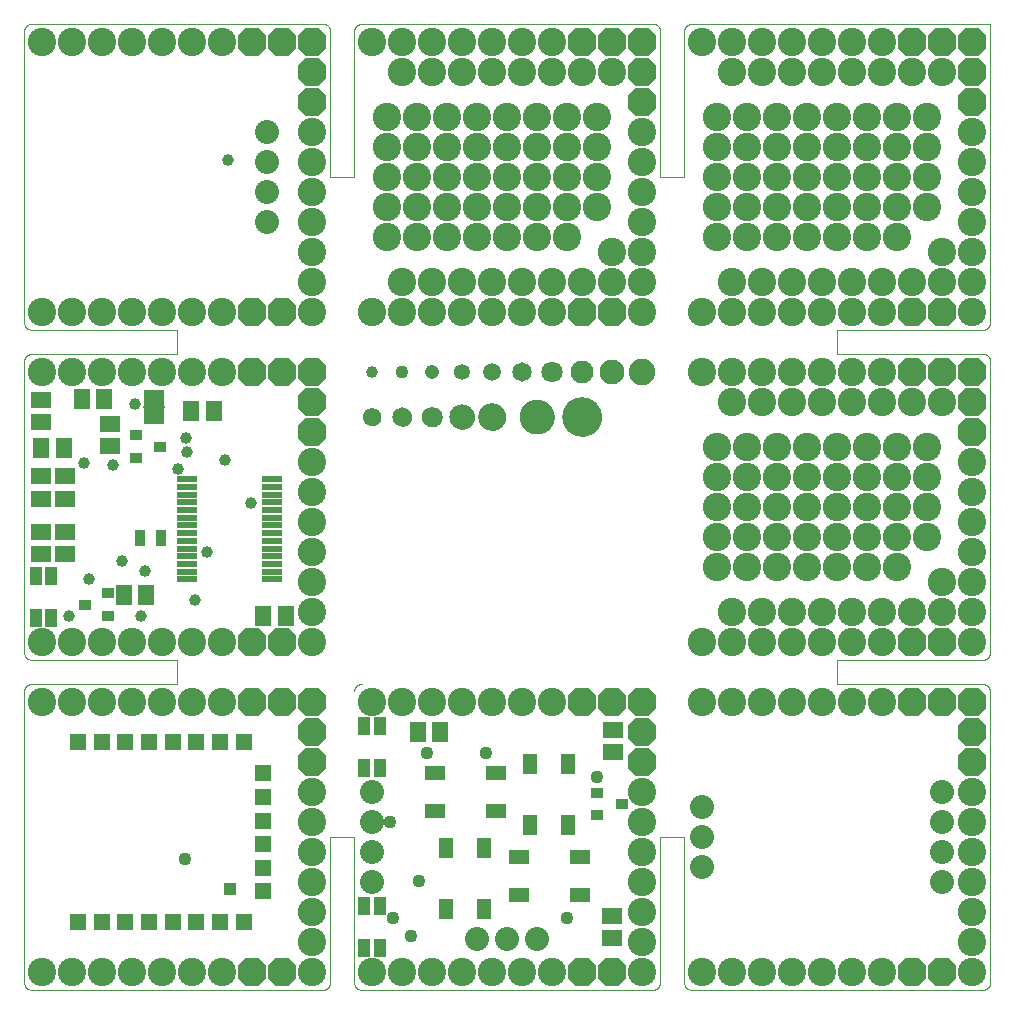
<source format=gbs>
G75*
%MOIN*%
%OFA0B0*%
%FSLAX25Y25*%
%IPPOS*%
%LPD*%
%AMOC8*
5,1,8,0,0,1.08239X$1,22.5*
%
%ADD10C,0.00000*%
%ADD11C,0.06112*%
%ADD12C,0.06506*%
%ADD13C,0.06899*%
%ADD14C,0.08474*%
%ADD15C,0.09261*%
%ADD16C,0.11624*%
%ADD17C,0.13198*%
%ADD18C,0.00100*%
%ADD19C,0.09458*%
%ADD20OC8,0.09458*%
%ADD21R,0.05600X0.05600*%
%ADD22C,0.08000*%
%ADD23R,0.04143X0.06112*%
%ADD24R,0.05718X0.06506*%
%ADD25R,0.04143X0.03750*%
%ADD26R,0.06506X0.05718*%
%ADD27R,0.04537X0.07100*%
%ADD28R,0.07100X0.04537*%
%ADD29R,0.06506X0.02175*%
%ADD30R,0.03750X0.05324*%
%ADD31R,0.06900X0.05200*%
%ADD32R,0.07200X0.00600*%
%ADD33C,0.03969*%
%ADD34C,0.04362*%
%ADD35R,0.04362X0.04362*%
%ADD36C,0.04756*%
%ADD37C,0.05324*%
%ADD38C,0.05915*%
%ADD39C,0.07096*%
%ADD40C,0.07687*%
%ADD41C,0.08277*%
%ADD42C,0.08868*%
D10*
X0006275Y0006500D02*
X0006275Y0103500D01*
X0006277Y0103598D01*
X0006283Y0103696D01*
X0006292Y0103794D01*
X0006306Y0103891D01*
X0006323Y0103988D01*
X0006344Y0104084D01*
X0006369Y0104179D01*
X0006397Y0104273D01*
X0006430Y0104365D01*
X0006465Y0104457D01*
X0006505Y0104547D01*
X0006547Y0104635D01*
X0006594Y0104722D01*
X0006643Y0104806D01*
X0006696Y0104889D01*
X0006752Y0104969D01*
X0006812Y0105048D01*
X0006874Y0105124D01*
X0006939Y0105197D01*
X0007007Y0105268D01*
X0007078Y0105336D01*
X0007151Y0105401D01*
X0007227Y0105463D01*
X0007306Y0105523D01*
X0007386Y0105579D01*
X0007469Y0105632D01*
X0007553Y0105681D01*
X0007640Y0105728D01*
X0007728Y0105770D01*
X0007818Y0105810D01*
X0007910Y0105845D01*
X0008002Y0105878D01*
X0008096Y0105906D01*
X0008191Y0105931D01*
X0008287Y0105952D01*
X0008384Y0105969D01*
X0008481Y0105983D01*
X0008579Y0105992D01*
X0008677Y0105998D01*
X0008775Y0106000D01*
X0057275Y0106000D01*
X0057275Y0114000D01*
X0008775Y0114000D01*
X0008677Y0114002D01*
X0008579Y0114008D01*
X0008481Y0114017D01*
X0008384Y0114031D01*
X0008287Y0114048D01*
X0008191Y0114069D01*
X0008096Y0114094D01*
X0008002Y0114122D01*
X0007910Y0114155D01*
X0007818Y0114190D01*
X0007728Y0114230D01*
X0007640Y0114272D01*
X0007553Y0114319D01*
X0007469Y0114368D01*
X0007386Y0114421D01*
X0007306Y0114477D01*
X0007227Y0114537D01*
X0007151Y0114599D01*
X0007078Y0114664D01*
X0007007Y0114732D01*
X0006939Y0114803D01*
X0006874Y0114876D01*
X0006812Y0114952D01*
X0006752Y0115031D01*
X0006696Y0115111D01*
X0006643Y0115194D01*
X0006594Y0115278D01*
X0006547Y0115365D01*
X0006505Y0115453D01*
X0006465Y0115543D01*
X0006430Y0115635D01*
X0006397Y0115727D01*
X0006369Y0115821D01*
X0006344Y0115916D01*
X0006323Y0116012D01*
X0006306Y0116109D01*
X0006292Y0116206D01*
X0006283Y0116304D01*
X0006277Y0116402D01*
X0006275Y0116500D01*
X0006275Y0213500D01*
X0006277Y0213598D01*
X0006283Y0213696D01*
X0006292Y0213794D01*
X0006306Y0213891D01*
X0006323Y0213988D01*
X0006344Y0214084D01*
X0006369Y0214179D01*
X0006397Y0214273D01*
X0006430Y0214365D01*
X0006465Y0214457D01*
X0006505Y0214547D01*
X0006547Y0214635D01*
X0006594Y0214722D01*
X0006643Y0214806D01*
X0006696Y0214889D01*
X0006752Y0214969D01*
X0006812Y0215048D01*
X0006874Y0215124D01*
X0006939Y0215197D01*
X0007007Y0215268D01*
X0007078Y0215336D01*
X0007151Y0215401D01*
X0007227Y0215463D01*
X0007306Y0215523D01*
X0007386Y0215579D01*
X0007469Y0215632D01*
X0007553Y0215681D01*
X0007640Y0215728D01*
X0007728Y0215770D01*
X0007818Y0215810D01*
X0007910Y0215845D01*
X0008002Y0215878D01*
X0008096Y0215906D01*
X0008191Y0215931D01*
X0008287Y0215952D01*
X0008384Y0215969D01*
X0008481Y0215983D01*
X0008579Y0215992D01*
X0008677Y0215998D01*
X0008775Y0216000D01*
X0057275Y0216000D01*
X0057275Y0224000D01*
X0008775Y0224000D01*
X0008677Y0224002D01*
X0008579Y0224008D01*
X0008481Y0224017D01*
X0008384Y0224031D01*
X0008287Y0224048D01*
X0008191Y0224069D01*
X0008096Y0224094D01*
X0008002Y0224122D01*
X0007910Y0224155D01*
X0007818Y0224190D01*
X0007728Y0224230D01*
X0007640Y0224272D01*
X0007553Y0224319D01*
X0007469Y0224368D01*
X0007386Y0224421D01*
X0007306Y0224477D01*
X0007227Y0224537D01*
X0007151Y0224599D01*
X0007078Y0224664D01*
X0007007Y0224732D01*
X0006939Y0224803D01*
X0006874Y0224876D01*
X0006812Y0224952D01*
X0006752Y0225031D01*
X0006696Y0225111D01*
X0006643Y0225194D01*
X0006594Y0225278D01*
X0006547Y0225365D01*
X0006505Y0225453D01*
X0006465Y0225543D01*
X0006430Y0225635D01*
X0006397Y0225727D01*
X0006369Y0225821D01*
X0006344Y0225916D01*
X0006323Y0226012D01*
X0006306Y0226109D01*
X0006292Y0226206D01*
X0006283Y0226304D01*
X0006277Y0226402D01*
X0006275Y0226500D01*
X0006275Y0323511D01*
X0006277Y0323609D01*
X0006283Y0323707D01*
X0006292Y0323805D01*
X0006306Y0323902D01*
X0006323Y0323999D01*
X0006344Y0324095D01*
X0006369Y0324190D01*
X0006397Y0324284D01*
X0006430Y0324376D01*
X0006465Y0324468D01*
X0006505Y0324558D01*
X0006547Y0324646D01*
X0006594Y0324733D01*
X0006643Y0324817D01*
X0006696Y0324900D01*
X0006752Y0324980D01*
X0006812Y0325059D01*
X0006874Y0325135D01*
X0006939Y0325208D01*
X0007007Y0325279D01*
X0007078Y0325347D01*
X0007151Y0325412D01*
X0007227Y0325474D01*
X0007306Y0325534D01*
X0007386Y0325590D01*
X0007469Y0325643D01*
X0007553Y0325692D01*
X0007640Y0325739D01*
X0007728Y0325781D01*
X0007818Y0325821D01*
X0007910Y0325856D01*
X0008002Y0325889D01*
X0008096Y0325917D01*
X0008191Y0325942D01*
X0008287Y0325963D01*
X0008384Y0325980D01*
X0008481Y0325994D01*
X0008579Y0326003D01*
X0008677Y0326009D01*
X0008775Y0326011D01*
X0105775Y0326011D01*
X0105873Y0326009D01*
X0105971Y0326003D01*
X0106069Y0325994D01*
X0106166Y0325980D01*
X0106263Y0325963D01*
X0106359Y0325942D01*
X0106454Y0325917D01*
X0106548Y0325889D01*
X0106640Y0325856D01*
X0106732Y0325821D01*
X0106822Y0325781D01*
X0106910Y0325739D01*
X0106997Y0325692D01*
X0107081Y0325643D01*
X0107164Y0325590D01*
X0107244Y0325534D01*
X0107323Y0325474D01*
X0107399Y0325412D01*
X0107472Y0325347D01*
X0107543Y0325279D01*
X0107611Y0325208D01*
X0107676Y0325135D01*
X0107738Y0325059D01*
X0107798Y0324980D01*
X0107854Y0324900D01*
X0107907Y0324817D01*
X0107956Y0324733D01*
X0108003Y0324646D01*
X0108045Y0324558D01*
X0108085Y0324468D01*
X0108120Y0324376D01*
X0108153Y0324284D01*
X0108181Y0324190D01*
X0108206Y0324095D01*
X0108227Y0323999D01*
X0108244Y0323902D01*
X0108258Y0323805D01*
X0108267Y0323707D01*
X0108273Y0323609D01*
X0108275Y0323511D01*
X0108275Y0275000D01*
X0116275Y0275000D01*
X0116275Y0323500D01*
X0116277Y0323598D01*
X0116283Y0323696D01*
X0116292Y0323794D01*
X0116306Y0323891D01*
X0116323Y0323988D01*
X0116344Y0324084D01*
X0116369Y0324179D01*
X0116397Y0324273D01*
X0116430Y0324365D01*
X0116465Y0324457D01*
X0116505Y0324547D01*
X0116547Y0324635D01*
X0116594Y0324722D01*
X0116643Y0324806D01*
X0116696Y0324889D01*
X0116752Y0324969D01*
X0116812Y0325048D01*
X0116874Y0325124D01*
X0116939Y0325197D01*
X0117007Y0325268D01*
X0117078Y0325336D01*
X0117151Y0325401D01*
X0117227Y0325463D01*
X0117306Y0325523D01*
X0117386Y0325579D01*
X0117469Y0325632D01*
X0117553Y0325681D01*
X0117640Y0325728D01*
X0117728Y0325770D01*
X0117818Y0325810D01*
X0117910Y0325845D01*
X0118002Y0325878D01*
X0118096Y0325906D01*
X0118191Y0325931D01*
X0118287Y0325952D01*
X0118384Y0325969D01*
X0118481Y0325983D01*
X0118579Y0325992D01*
X0118677Y0325998D01*
X0118775Y0326000D01*
X0215775Y0326000D01*
X0215873Y0325998D01*
X0215971Y0325992D01*
X0216069Y0325983D01*
X0216166Y0325969D01*
X0216263Y0325952D01*
X0216359Y0325931D01*
X0216454Y0325906D01*
X0216548Y0325878D01*
X0216640Y0325845D01*
X0216732Y0325810D01*
X0216822Y0325770D01*
X0216910Y0325728D01*
X0216997Y0325681D01*
X0217081Y0325632D01*
X0217164Y0325579D01*
X0217244Y0325523D01*
X0217323Y0325463D01*
X0217399Y0325401D01*
X0217472Y0325336D01*
X0217543Y0325268D01*
X0217611Y0325197D01*
X0217676Y0325124D01*
X0217738Y0325048D01*
X0217798Y0324969D01*
X0217854Y0324889D01*
X0217907Y0324806D01*
X0217956Y0324722D01*
X0218003Y0324635D01*
X0218045Y0324547D01*
X0218085Y0324457D01*
X0218120Y0324365D01*
X0218153Y0324273D01*
X0218181Y0324179D01*
X0218206Y0324084D01*
X0218227Y0323988D01*
X0218244Y0323891D01*
X0218258Y0323794D01*
X0218267Y0323696D01*
X0218273Y0323598D01*
X0218275Y0323500D01*
X0218275Y0275000D01*
X0226275Y0275000D01*
X0226275Y0323500D01*
X0226275Y0323501D02*
X0226277Y0323599D01*
X0226282Y0323697D01*
X0226291Y0323795D01*
X0226304Y0323892D01*
X0226321Y0323989D01*
X0226342Y0324085D01*
X0226367Y0324180D01*
X0226395Y0324274D01*
X0226427Y0324367D01*
X0226463Y0324459D01*
X0226502Y0324549D01*
X0226544Y0324638D01*
X0226591Y0324724D01*
X0226640Y0324809D01*
X0226693Y0324892D01*
X0226749Y0324973D01*
X0226809Y0325051D01*
X0226871Y0325127D01*
X0226936Y0325201D01*
X0227004Y0325272D01*
X0227075Y0325340D01*
X0227149Y0325405D01*
X0227225Y0325467D01*
X0227303Y0325527D01*
X0227384Y0325583D01*
X0227466Y0325636D01*
X0227551Y0325685D01*
X0227638Y0325731D01*
X0227727Y0325774D01*
X0227817Y0325813D01*
X0227908Y0325849D01*
X0228001Y0325881D01*
X0228095Y0325909D01*
X0228191Y0325934D01*
X0228287Y0325955D01*
X0228383Y0325972D01*
X0228481Y0325985D01*
X0228579Y0325994D01*
X0228677Y0325999D01*
X0228775Y0326001D01*
X0228775Y0326000D02*
X0328275Y0326011D01*
X0328276Y0326011D01*
X0328275Y0326011D02*
X0328275Y0226500D01*
X0328273Y0226402D01*
X0328267Y0226304D01*
X0328258Y0226206D01*
X0328244Y0226109D01*
X0328227Y0226012D01*
X0328206Y0225916D01*
X0328181Y0225821D01*
X0328153Y0225727D01*
X0328120Y0225635D01*
X0328085Y0225543D01*
X0328045Y0225453D01*
X0328003Y0225365D01*
X0327956Y0225278D01*
X0327907Y0225194D01*
X0327854Y0225111D01*
X0327798Y0225031D01*
X0327738Y0224952D01*
X0327676Y0224876D01*
X0327611Y0224803D01*
X0327543Y0224732D01*
X0327472Y0224664D01*
X0327399Y0224599D01*
X0327323Y0224537D01*
X0327244Y0224477D01*
X0327164Y0224421D01*
X0327081Y0224368D01*
X0326997Y0224319D01*
X0326910Y0224272D01*
X0326822Y0224230D01*
X0326732Y0224190D01*
X0326640Y0224155D01*
X0326548Y0224122D01*
X0326454Y0224094D01*
X0326359Y0224069D01*
X0326263Y0224048D01*
X0326166Y0224031D01*
X0326069Y0224017D01*
X0325971Y0224008D01*
X0325873Y0224002D01*
X0325775Y0224000D01*
X0277275Y0224000D01*
X0277275Y0216000D01*
X0325775Y0216000D01*
X0325873Y0215998D01*
X0325971Y0215992D01*
X0326069Y0215983D01*
X0326166Y0215969D01*
X0326263Y0215952D01*
X0326359Y0215931D01*
X0326454Y0215906D01*
X0326548Y0215878D01*
X0326640Y0215845D01*
X0326732Y0215810D01*
X0326822Y0215770D01*
X0326910Y0215728D01*
X0326997Y0215681D01*
X0327081Y0215632D01*
X0327164Y0215579D01*
X0327244Y0215523D01*
X0327323Y0215463D01*
X0327399Y0215401D01*
X0327472Y0215336D01*
X0327543Y0215268D01*
X0327611Y0215197D01*
X0327676Y0215124D01*
X0327738Y0215048D01*
X0327798Y0214969D01*
X0327854Y0214889D01*
X0327907Y0214806D01*
X0327956Y0214722D01*
X0328003Y0214635D01*
X0328045Y0214547D01*
X0328085Y0214457D01*
X0328120Y0214365D01*
X0328153Y0214273D01*
X0328181Y0214179D01*
X0328206Y0214084D01*
X0328227Y0213988D01*
X0328244Y0213891D01*
X0328258Y0213794D01*
X0328267Y0213696D01*
X0328273Y0213598D01*
X0328275Y0213500D01*
X0328275Y0116500D01*
X0328273Y0116402D01*
X0328267Y0116304D01*
X0328258Y0116206D01*
X0328244Y0116109D01*
X0328227Y0116012D01*
X0328206Y0115916D01*
X0328181Y0115821D01*
X0328153Y0115727D01*
X0328120Y0115635D01*
X0328085Y0115543D01*
X0328045Y0115453D01*
X0328003Y0115365D01*
X0327956Y0115278D01*
X0327907Y0115194D01*
X0327854Y0115111D01*
X0327798Y0115031D01*
X0327738Y0114952D01*
X0327676Y0114876D01*
X0327611Y0114803D01*
X0327543Y0114732D01*
X0327472Y0114664D01*
X0327399Y0114599D01*
X0327323Y0114537D01*
X0327244Y0114477D01*
X0327164Y0114421D01*
X0327081Y0114368D01*
X0326997Y0114319D01*
X0326910Y0114272D01*
X0326822Y0114230D01*
X0326732Y0114190D01*
X0326640Y0114155D01*
X0326548Y0114122D01*
X0326454Y0114094D01*
X0326359Y0114069D01*
X0326263Y0114048D01*
X0326166Y0114031D01*
X0326069Y0114017D01*
X0325971Y0114008D01*
X0325873Y0114002D01*
X0325775Y0114000D01*
X0277275Y0114000D01*
X0277275Y0106000D01*
X0325776Y0106000D01*
X0325776Y0105999D02*
X0325879Y0105985D01*
X0325982Y0105967D01*
X0326085Y0105945D01*
X0326186Y0105919D01*
X0326286Y0105890D01*
X0326386Y0105857D01*
X0326484Y0105820D01*
X0326580Y0105780D01*
X0326675Y0105736D01*
X0326769Y0105689D01*
X0326860Y0105638D01*
X0326950Y0105585D01*
X0327038Y0105528D01*
X0327123Y0105467D01*
X0327207Y0105404D01*
X0327287Y0105338D01*
X0327366Y0105268D01*
X0327442Y0105196D01*
X0327515Y0105122D01*
X0327585Y0105044D01*
X0327653Y0104964D01*
X0327717Y0104882D01*
X0327779Y0104797D01*
X0327837Y0104711D01*
X0327893Y0104622D01*
X0327944Y0104531D01*
X0327993Y0104438D01*
X0328038Y0104344D01*
X0328080Y0104248D01*
X0328118Y0104150D01*
X0328152Y0104052D01*
X0328183Y0103952D01*
X0328210Y0103851D01*
X0328234Y0103749D01*
X0328254Y0103646D01*
X0328270Y0103543D01*
X0328282Y0103439D01*
X0328290Y0103334D01*
X0328295Y0103230D01*
X0328296Y0103125D01*
X0328293Y0103021D01*
X0328286Y0102916D01*
X0328275Y0102812D01*
X0328276Y0102812D02*
X0328276Y0007187D01*
X0328277Y0007187D02*
X0328300Y0007090D01*
X0328320Y0006993D01*
X0328335Y0006894D01*
X0328347Y0006795D01*
X0328355Y0006696D01*
X0328359Y0006596D01*
X0328359Y0006496D01*
X0328355Y0006397D01*
X0328347Y0006298D01*
X0328335Y0006199D01*
X0328320Y0006100D01*
X0328300Y0006002D01*
X0328277Y0005905D01*
X0328250Y0005809D01*
X0328220Y0005715D01*
X0328185Y0005621D01*
X0328147Y0005529D01*
X0328106Y0005438D01*
X0328060Y0005350D01*
X0328012Y0005262D01*
X0327960Y0005177D01*
X0327905Y0005094D01*
X0327846Y0005014D01*
X0327785Y0004935D01*
X0327720Y0004859D01*
X0327653Y0004786D01*
X0327583Y0004715D01*
X0327510Y0004647D01*
X0327434Y0004582D01*
X0327356Y0004520D01*
X0327276Y0004462D01*
X0327193Y0004406D01*
X0327108Y0004354D01*
X0327021Y0004304D01*
X0326933Y0004259D01*
X0326843Y0004217D01*
X0326751Y0004178D01*
X0326657Y0004143D01*
X0326563Y0004112D01*
X0326467Y0004085D01*
X0326370Y0004061D01*
X0326272Y0004041D01*
X0326174Y0004025D01*
X0326075Y0004013D01*
X0325976Y0004004D01*
X0325876Y0004000D01*
X0325777Y0003999D01*
X0325776Y0004000D02*
X0228775Y0004000D01*
X0228677Y0004002D01*
X0228579Y0004008D01*
X0228481Y0004017D01*
X0228384Y0004031D01*
X0228287Y0004048D01*
X0228191Y0004069D01*
X0228096Y0004094D01*
X0228002Y0004122D01*
X0227910Y0004155D01*
X0227818Y0004190D01*
X0227728Y0004230D01*
X0227640Y0004272D01*
X0227553Y0004319D01*
X0227469Y0004368D01*
X0227386Y0004421D01*
X0227306Y0004477D01*
X0227227Y0004537D01*
X0227151Y0004599D01*
X0227078Y0004664D01*
X0227007Y0004732D01*
X0226939Y0004803D01*
X0226874Y0004876D01*
X0226812Y0004952D01*
X0226752Y0005031D01*
X0226696Y0005111D01*
X0226643Y0005194D01*
X0226594Y0005278D01*
X0226547Y0005365D01*
X0226505Y0005453D01*
X0226465Y0005543D01*
X0226430Y0005635D01*
X0226397Y0005727D01*
X0226369Y0005821D01*
X0226344Y0005916D01*
X0226323Y0006012D01*
X0226306Y0006109D01*
X0226292Y0006206D01*
X0226283Y0006304D01*
X0226277Y0006402D01*
X0226275Y0006500D01*
X0226275Y0055000D01*
X0218275Y0055000D01*
X0218275Y0006500D01*
X0218273Y0006402D01*
X0218267Y0006304D01*
X0218258Y0006206D01*
X0218244Y0006109D01*
X0218227Y0006012D01*
X0218206Y0005916D01*
X0218181Y0005821D01*
X0218153Y0005727D01*
X0218120Y0005635D01*
X0218085Y0005543D01*
X0218045Y0005453D01*
X0218003Y0005365D01*
X0217956Y0005278D01*
X0217907Y0005194D01*
X0217854Y0005111D01*
X0217798Y0005031D01*
X0217738Y0004952D01*
X0217676Y0004876D01*
X0217611Y0004803D01*
X0217543Y0004732D01*
X0217472Y0004664D01*
X0217399Y0004599D01*
X0217323Y0004537D01*
X0217244Y0004477D01*
X0217164Y0004421D01*
X0217081Y0004368D01*
X0216997Y0004319D01*
X0216910Y0004272D01*
X0216822Y0004230D01*
X0216732Y0004190D01*
X0216640Y0004155D01*
X0216548Y0004122D01*
X0216454Y0004094D01*
X0216359Y0004069D01*
X0216263Y0004048D01*
X0216166Y0004031D01*
X0216069Y0004017D01*
X0215971Y0004008D01*
X0215873Y0004002D01*
X0215775Y0004000D01*
X0118775Y0004000D01*
X0118677Y0004002D01*
X0118579Y0004008D01*
X0118481Y0004017D01*
X0118384Y0004031D01*
X0118287Y0004048D01*
X0118191Y0004069D01*
X0118096Y0004094D01*
X0118002Y0004122D01*
X0117910Y0004155D01*
X0117818Y0004190D01*
X0117728Y0004230D01*
X0117640Y0004272D01*
X0117553Y0004319D01*
X0117469Y0004368D01*
X0117386Y0004421D01*
X0117306Y0004477D01*
X0117227Y0004537D01*
X0117151Y0004599D01*
X0117078Y0004664D01*
X0117007Y0004732D01*
X0116939Y0004803D01*
X0116874Y0004876D01*
X0116812Y0004952D01*
X0116752Y0005031D01*
X0116696Y0005111D01*
X0116643Y0005194D01*
X0116594Y0005278D01*
X0116547Y0005365D01*
X0116505Y0005453D01*
X0116465Y0005543D01*
X0116430Y0005635D01*
X0116397Y0005727D01*
X0116369Y0005821D01*
X0116344Y0005916D01*
X0116323Y0006012D01*
X0116306Y0006109D01*
X0116292Y0006206D01*
X0116283Y0006304D01*
X0116277Y0006402D01*
X0116275Y0006500D01*
X0116275Y0055000D01*
X0108275Y0055000D01*
X0108275Y0006500D01*
X0108273Y0006402D01*
X0108267Y0006304D01*
X0108258Y0006206D01*
X0108244Y0006109D01*
X0108227Y0006012D01*
X0108206Y0005916D01*
X0108181Y0005821D01*
X0108153Y0005727D01*
X0108120Y0005635D01*
X0108085Y0005543D01*
X0108045Y0005453D01*
X0108003Y0005365D01*
X0107956Y0005278D01*
X0107907Y0005194D01*
X0107854Y0005111D01*
X0107798Y0005031D01*
X0107738Y0004952D01*
X0107676Y0004876D01*
X0107611Y0004803D01*
X0107543Y0004732D01*
X0107472Y0004664D01*
X0107399Y0004599D01*
X0107323Y0004537D01*
X0107244Y0004477D01*
X0107164Y0004421D01*
X0107081Y0004368D01*
X0106997Y0004319D01*
X0106910Y0004272D01*
X0106822Y0004230D01*
X0106732Y0004190D01*
X0106640Y0004155D01*
X0106548Y0004122D01*
X0106454Y0004094D01*
X0106359Y0004069D01*
X0106263Y0004048D01*
X0106166Y0004031D01*
X0106069Y0004017D01*
X0105971Y0004008D01*
X0105873Y0004002D01*
X0105775Y0004000D01*
X0008775Y0004000D01*
X0008677Y0004002D01*
X0008579Y0004008D01*
X0008481Y0004017D01*
X0008384Y0004031D01*
X0008287Y0004048D01*
X0008191Y0004069D01*
X0008096Y0004094D01*
X0008002Y0004122D01*
X0007910Y0004155D01*
X0007818Y0004190D01*
X0007728Y0004230D01*
X0007640Y0004272D01*
X0007553Y0004319D01*
X0007469Y0004368D01*
X0007386Y0004421D01*
X0007306Y0004477D01*
X0007227Y0004537D01*
X0007151Y0004599D01*
X0007078Y0004664D01*
X0007007Y0004732D01*
X0006939Y0004803D01*
X0006874Y0004876D01*
X0006812Y0004952D01*
X0006752Y0005031D01*
X0006696Y0005111D01*
X0006643Y0005194D01*
X0006594Y0005278D01*
X0006547Y0005365D01*
X0006505Y0005453D01*
X0006465Y0005543D01*
X0006430Y0005635D01*
X0006397Y0005727D01*
X0006369Y0005821D01*
X0006344Y0005916D01*
X0006323Y0006012D01*
X0006306Y0006109D01*
X0006292Y0006206D01*
X0006283Y0006304D01*
X0006277Y0006402D01*
X0006275Y0006500D01*
X0119519Y0195000D02*
X0119521Y0195105D01*
X0119527Y0195210D01*
X0119537Y0195314D01*
X0119551Y0195418D01*
X0119569Y0195522D01*
X0119591Y0195624D01*
X0119616Y0195726D01*
X0119646Y0195827D01*
X0119679Y0195926D01*
X0119716Y0196024D01*
X0119757Y0196121D01*
X0119802Y0196216D01*
X0119850Y0196309D01*
X0119901Y0196401D01*
X0119957Y0196490D01*
X0120015Y0196577D01*
X0120077Y0196662D01*
X0120141Y0196745D01*
X0120209Y0196825D01*
X0120280Y0196902D01*
X0120354Y0196976D01*
X0120431Y0197048D01*
X0120510Y0197117D01*
X0120592Y0197182D01*
X0120676Y0197245D01*
X0120763Y0197304D01*
X0120852Y0197360D01*
X0120943Y0197413D01*
X0121036Y0197462D01*
X0121130Y0197507D01*
X0121226Y0197549D01*
X0121324Y0197587D01*
X0121423Y0197621D01*
X0121524Y0197652D01*
X0121625Y0197678D01*
X0121728Y0197701D01*
X0121831Y0197720D01*
X0121935Y0197735D01*
X0122039Y0197746D01*
X0122144Y0197753D01*
X0122249Y0197756D01*
X0122354Y0197755D01*
X0122459Y0197750D01*
X0122563Y0197741D01*
X0122667Y0197728D01*
X0122771Y0197711D01*
X0122874Y0197690D01*
X0122976Y0197665D01*
X0123077Y0197637D01*
X0123176Y0197604D01*
X0123275Y0197568D01*
X0123372Y0197528D01*
X0123467Y0197485D01*
X0123561Y0197437D01*
X0123653Y0197387D01*
X0123743Y0197333D01*
X0123831Y0197275D01*
X0123916Y0197214D01*
X0123999Y0197150D01*
X0124080Y0197083D01*
X0124158Y0197013D01*
X0124233Y0196939D01*
X0124305Y0196864D01*
X0124375Y0196785D01*
X0124441Y0196704D01*
X0124505Y0196620D01*
X0124565Y0196534D01*
X0124621Y0196446D01*
X0124675Y0196355D01*
X0124725Y0196263D01*
X0124771Y0196169D01*
X0124814Y0196073D01*
X0124853Y0195975D01*
X0124888Y0195877D01*
X0124919Y0195776D01*
X0124947Y0195675D01*
X0124971Y0195573D01*
X0124991Y0195470D01*
X0125007Y0195366D01*
X0125019Y0195262D01*
X0125027Y0195157D01*
X0125031Y0195052D01*
X0125031Y0194948D01*
X0125027Y0194843D01*
X0125019Y0194738D01*
X0125007Y0194634D01*
X0124991Y0194530D01*
X0124971Y0194427D01*
X0124947Y0194325D01*
X0124919Y0194224D01*
X0124888Y0194123D01*
X0124853Y0194025D01*
X0124814Y0193927D01*
X0124771Y0193831D01*
X0124725Y0193737D01*
X0124675Y0193645D01*
X0124621Y0193554D01*
X0124565Y0193466D01*
X0124505Y0193380D01*
X0124441Y0193296D01*
X0124375Y0193215D01*
X0124305Y0193136D01*
X0124233Y0193061D01*
X0124158Y0192987D01*
X0124080Y0192917D01*
X0123999Y0192850D01*
X0123916Y0192786D01*
X0123831Y0192725D01*
X0123743Y0192667D01*
X0123653Y0192613D01*
X0123561Y0192563D01*
X0123467Y0192515D01*
X0123372Y0192472D01*
X0123275Y0192432D01*
X0123176Y0192396D01*
X0123077Y0192363D01*
X0122976Y0192335D01*
X0122874Y0192310D01*
X0122771Y0192289D01*
X0122667Y0192272D01*
X0122563Y0192259D01*
X0122459Y0192250D01*
X0122354Y0192245D01*
X0122249Y0192244D01*
X0122144Y0192247D01*
X0122039Y0192254D01*
X0121935Y0192265D01*
X0121831Y0192280D01*
X0121728Y0192299D01*
X0121625Y0192322D01*
X0121524Y0192348D01*
X0121423Y0192379D01*
X0121324Y0192413D01*
X0121226Y0192451D01*
X0121130Y0192493D01*
X0121036Y0192538D01*
X0120943Y0192587D01*
X0120852Y0192640D01*
X0120763Y0192696D01*
X0120676Y0192755D01*
X0120592Y0192818D01*
X0120510Y0192883D01*
X0120431Y0192952D01*
X0120354Y0193024D01*
X0120280Y0193098D01*
X0120209Y0193175D01*
X0120141Y0193255D01*
X0120077Y0193338D01*
X0120015Y0193423D01*
X0119957Y0193510D01*
X0119901Y0193599D01*
X0119850Y0193691D01*
X0119802Y0193784D01*
X0119757Y0193879D01*
X0119716Y0193976D01*
X0119679Y0194074D01*
X0119646Y0194173D01*
X0119616Y0194274D01*
X0119591Y0194376D01*
X0119569Y0194478D01*
X0119551Y0194582D01*
X0119537Y0194686D01*
X0119527Y0194790D01*
X0119521Y0194895D01*
X0119519Y0195000D01*
X0129322Y0195000D02*
X0129324Y0195108D01*
X0129330Y0195217D01*
X0129340Y0195325D01*
X0129354Y0195432D01*
X0129372Y0195539D01*
X0129393Y0195646D01*
X0129419Y0195751D01*
X0129449Y0195856D01*
X0129482Y0195959D01*
X0129519Y0196061D01*
X0129560Y0196161D01*
X0129604Y0196260D01*
X0129653Y0196358D01*
X0129704Y0196453D01*
X0129759Y0196546D01*
X0129818Y0196638D01*
X0129880Y0196727D01*
X0129945Y0196814D01*
X0130013Y0196898D01*
X0130084Y0196980D01*
X0130158Y0197059D01*
X0130235Y0197135D01*
X0130315Y0197209D01*
X0130398Y0197279D01*
X0130483Y0197347D01*
X0130570Y0197411D01*
X0130660Y0197472D01*
X0130752Y0197530D01*
X0130846Y0197584D01*
X0130942Y0197635D01*
X0131039Y0197682D01*
X0131139Y0197726D01*
X0131240Y0197766D01*
X0131342Y0197802D01*
X0131445Y0197834D01*
X0131550Y0197863D01*
X0131656Y0197887D01*
X0131762Y0197908D01*
X0131869Y0197925D01*
X0131977Y0197938D01*
X0132085Y0197947D01*
X0132194Y0197952D01*
X0132302Y0197953D01*
X0132411Y0197950D01*
X0132519Y0197943D01*
X0132627Y0197932D01*
X0132734Y0197917D01*
X0132841Y0197898D01*
X0132947Y0197875D01*
X0133052Y0197849D01*
X0133157Y0197818D01*
X0133259Y0197784D01*
X0133361Y0197746D01*
X0133461Y0197704D01*
X0133560Y0197659D01*
X0133657Y0197610D01*
X0133751Y0197557D01*
X0133844Y0197501D01*
X0133935Y0197442D01*
X0134024Y0197379D01*
X0134110Y0197314D01*
X0134194Y0197245D01*
X0134275Y0197173D01*
X0134353Y0197098D01*
X0134429Y0197020D01*
X0134502Y0196939D01*
X0134572Y0196856D01*
X0134638Y0196771D01*
X0134702Y0196683D01*
X0134762Y0196592D01*
X0134819Y0196500D01*
X0134872Y0196405D01*
X0134922Y0196309D01*
X0134968Y0196211D01*
X0135011Y0196111D01*
X0135050Y0196010D01*
X0135085Y0195907D01*
X0135117Y0195804D01*
X0135144Y0195699D01*
X0135168Y0195593D01*
X0135188Y0195486D01*
X0135204Y0195379D01*
X0135216Y0195271D01*
X0135224Y0195163D01*
X0135228Y0195054D01*
X0135228Y0194946D01*
X0135224Y0194837D01*
X0135216Y0194729D01*
X0135204Y0194621D01*
X0135188Y0194514D01*
X0135168Y0194407D01*
X0135144Y0194301D01*
X0135117Y0194196D01*
X0135085Y0194093D01*
X0135050Y0193990D01*
X0135011Y0193889D01*
X0134968Y0193789D01*
X0134922Y0193691D01*
X0134872Y0193595D01*
X0134819Y0193500D01*
X0134762Y0193408D01*
X0134702Y0193317D01*
X0134638Y0193229D01*
X0134572Y0193144D01*
X0134502Y0193061D01*
X0134429Y0192980D01*
X0134353Y0192902D01*
X0134275Y0192827D01*
X0134194Y0192755D01*
X0134110Y0192686D01*
X0134024Y0192621D01*
X0133935Y0192558D01*
X0133844Y0192499D01*
X0133752Y0192443D01*
X0133657Y0192390D01*
X0133560Y0192341D01*
X0133461Y0192296D01*
X0133361Y0192254D01*
X0133259Y0192216D01*
X0133157Y0192182D01*
X0133052Y0192151D01*
X0132947Y0192125D01*
X0132841Y0192102D01*
X0132734Y0192083D01*
X0132627Y0192068D01*
X0132519Y0192057D01*
X0132411Y0192050D01*
X0132302Y0192047D01*
X0132194Y0192048D01*
X0132085Y0192053D01*
X0131977Y0192062D01*
X0131869Y0192075D01*
X0131762Y0192092D01*
X0131656Y0192113D01*
X0131550Y0192137D01*
X0131445Y0192166D01*
X0131342Y0192198D01*
X0131240Y0192234D01*
X0131139Y0192274D01*
X0131039Y0192318D01*
X0130942Y0192365D01*
X0130846Y0192416D01*
X0130752Y0192470D01*
X0130660Y0192528D01*
X0130570Y0192589D01*
X0130483Y0192653D01*
X0130398Y0192721D01*
X0130315Y0192791D01*
X0130235Y0192865D01*
X0130158Y0192941D01*
X0130084Y0193020D01*
X0130013Y0193102D01*
X0129945Y0193186D01*
X0129880Y0193273D01*
X0129818Y0193362D01*
X0129759Y0193454D01*
X0129704Y0193547D01*
X0129653Y0193642D01*
X0129604Y0193740D01*
X0129560Y0193839D01*
X0129519Y0193939D01*
X0129482Y0194041D01*
X0129449Y0194144D01*
X0129419Y0194249D01*
X0129393Y0194354D01*
X0129372Y0194461D01*
X0129354Y0194568D01*
X0129340Y0194675D01*
X0129330Y0194783D01*
X0129324Y0194892D01*
X0129322Y0195000D01*
X0139125Y0195000D02*
X0139127Y0195112D01*
X0139133Y0195223D01*
X0139143Y0195335D01*
X0139157Y0195446D01*
X0139174Y0195556D01*
X0139196Y0195666D01*
X0139222Y0195775D01*
X0139251Y0195883D01*
X0139284Y0195989D01*
X0139321Y0196095D01*
X0139362Y0196199D01*
X0139407Y0196302D01*
X0139455Y0196403D01*
X0139506Y0196502D01*
X0139561Y0196599D01*
X0139620Y0196694D01*
X0139681Y0196788D01*
X0139746Y0196879D01*
X0139815Y0196967D01*
X0139886Y0197053D01*
X0139960Y0197137D01*
X0140038Y0197217D01*
X0140118Y0197295D01*
X0140201Y0197371D01*
X0140286Y0197443D01*
X0140374Y0197512D01*
X0140464Y0197578D01*
X0140557Y0197640D01*
X0140652Y0197700D01*
X0140749Y0197756D01*
X0140847Y0197808D01*
X0140948Y0197857D01*
X0141050Y0197902D01*
X0141154Y0197944D01*
X0141259Y0197982D01*
X0141366Y0198016D01*
X0141473Y0198046D01*
X0141582Y0198073D01*
X0141691Y0198095D01*
X0141802Y0198114D01*
X0141912Y0198129D01*
X0142024Y0198140D01*
X0142135Y0198147D01*
X0142247Y0198150D01*
X0142359Y0198149D01*
X0142471Y0198144D01*
X0142582Y0198135D01*
X0142693Y0198122D01*
X0142804Y0198105D01*
X0142914Y0198085D01*
X0143023Y0198060D01*
X0143131Y0198032D01*
X0143238Y0197999D01*
X0143344Y0197963D01*
X0143448Y0197923D01*
X0143551Y0197880D01*
X0143653Y0197833D01*
X0143752Y0197782D01*
X0143850Y0197728D01*
X0143946Y0197670D01*
X0144040Y0197609D01*
X0144131Y0197545D01*
X0144220Y0197478D01*
X0144307Y0197407D01*
X0144391Y0197333D01*
X0144473Y0197257D01*
X0144551Y0197177D01*
X0144627Y0197095D01*
X0144700Y0197010D01*
X0144770Y0196923D01*
X0144836Y0196833D01*
X0144900Y0196741D01*
X0144960Y0196647D01*
X0145017Y0196551D01*
X0145070Y0196452D01*
X0145120Y0196352D01*
X0145166Y0196251D01*
X0145209Y0196147D01*
X0145248Y0196042D01*
X0145283Y0195936D01*
X0145314Y0195829D01*
X0145342Y0195720D01*
X0145365Y0195611D01*
X0145385Y0195501D01*
X0145401Y0195390D01*
X0145413Y0195279D01*
X0145421Y0195168D01*
X0145425Y0195056D01*
X0145425Y0194944D01*
X0145421Y0194832D01*
X0145413Y0194721D01*
X0145401Y0194610D01*
X0145385Y0194499D01*
X0145365Y0194389D01*
X0145342Y0194280D01*
X0145314Y0194171D01*
X0145283Y0194064D01*
X0145248Y0193958D01*
X0145209Y0193853D01*
X0145166Y0193749D01*
X0145120Y0193648D01*
X0145070Y0193548D01*
X0145017Y0193449D01*
X0144960Y0193353D01*
X0144900Y0193259D01*
X0144836Y0193167D01*
X0144770Y0193077D01*
X0144700Y0192990D01*
X0144627Y0192905D01*
X0144551Y0192823D01*
X0144473Y0192743D01*
X0144391Y0192667D01*
X0144307Y0192593D01*
X0144220Y0192522D01*
X0144131Y0192455D01*
X0144040Y0192391D01*
X0143946Y0192330D01*
X0143850Y0192272D01*
X0143752Y0192218D01*
X0143653Y0192167D01*
X0143551Y0192120D01*
X0143448Y0192077D01*
X0143344Y0192037D01*
X0143238Y0192001D01*
X0143131Y0191968D01*
X0143023Y0191940D01*
X0142914Y0191915D01*
X0142804Y0191895D01*
X0142693Y0191878D01*
X0142582Y0191865D01*
X0142471Y0191856D01*
X0142359Y0191851D01*
X0142247Y0191850D01*
X0142135Y0191853D01*
X0142024Y0191860D01*
X0141912Y0191871D01*
X0141802Y0191886D01*
X0141691Y0191905D01*
X0141582Y0191927D01*
X0141473Y0191954D01*
X0141366Y0191984D01*
X0141259Y0192018D01*
X0141154Y0192056D01*
X0141050Y0192098D01*
X0140948Y0192143D01*
X0140847Y0192192D01*
X0140749Y0192244D01*
X0140652Y0192300D01*
X0140557Y0192360D01*
X0140464Y0192422D01*
X0140374Y0192488D01*
X0140286Y0192557D01*
X0140201Y0192629D01*
X0140118Y0192705D01*
X0140038Y0192783D01*
X0139960Y0192863D01*
X0139886Y0192947D01*
X0139815Y0193033D01*
X0139746Y0193121D01*
X0139681Y0193212D01*
X0139620Y0193306D01*
X0139561Y0193401D01*
X0139506Y0193498D01*
X0139455Y0193597D01*
X0139407Y0193698D01*
X0139362Y0193801D01*
X0139321Y0193905D01*
X0139284Y0194011D01*
X0139251Y0194117D01*
X0139222Y0194225D01*
X0139196Y0194334D01*
X0139174Y0194444D01*
X0139157Y0194554D01*
X0139143Y0194665D01*
X0139133Y0194777D01*
X0139127Y0194888D01*
X0139125Y0195000D01*
X0148338Y0195000D02*
X0148340Y0195125D01*
X0148346Y0195250D01*
X0148356Y0195374D01*
X0148370Y0195498D01*
X0148387Y0195622D01*
X0148409Y0195745D01*
X0148435Y0195867D01*
X0148464Y0195989D01*
X0148497Y0196109D01*
X0148535Y0196228D01*
X0148575Y0196347D01*
X0148620Y0196463D01*
X0148668Y0196578D01*
X0148720Y0196692D01*
X0148776Y0196804D01*
X0148835Y0196914D01*
X0148897Y0197022D01*
X0148963Y0197129D01*
X0149032Y0197233D01*
X0149105Y0197334D01*
X0149180Y0197434D01*
X0149259Y0197531D01*
X0149341Y0197625D01*
X0149426Y0197717D01*
X0149513Y0197806D01*
X0149604Y0197892D01*
X0149697Y0197975D01*
X0149793Y0198056D01*
X0149891Y0198133D01*
X0149991Y0198207D01*
X0150094Y0198278D01*
X0150199Y0198345D01*
X0150307Y0198410D01*
X0150416Y0198470D01*
X0150527Y0198528D01*
X0150640Y0198581D01*
X0150754Y0198631D01*
X0150870Y0198678D01*
X0150987Y0198720D01*
X0151106Y0198759D01*
X0151226Y0198795D01*
X0151347Y0198826D01*
X0151469Y0198854D01*
X0151591Y0198877D01*
X0151715Y0198897D01*
X0151839Y0198913D01*
X0151963Y0198925D01*
X0152088Y0198933D01*
X0152213Y0198937D01*
X0152337Y0198937D01*
X0152462Y0198933D01*
X0152587Y0198925D01*
X0152711Y0198913D01*
X0152835Y0198897D01*
X0152959Y0198877D01*
X0153081Y0198854D01*
X0153203Y0198826D01*
X0153324Y0198795D01*
X0153444Y0198759D01*
X0153563Y0198720D01*
X0153680Y0198678D01*
X0153796Y0198631D01*
X0153910Y0198581D01*
X0154023Y0198528D01*
X0154134Y0198470D01*
X0154244Y0198410D01*
X0154351Y0198345D01*
X0154456Y0198278D01*
X0154559Y0198207D01*
X0154659Y0198133D01*
X0154757Y0198056D01*
X0154853Y0197975D01*
X0154946Y0197892D01*
X0155037Y0197806D01*
X0155124Y0197717D01*
X0155209Y0197625D01*
X0155291Y0197531D01*
X0155370Y0197434D01*
X0155445Y0197334D01*
X0155518Y0197233D01*
X0155587Y0197129D01*
X0155653Y0197022D01*
X0155715Y0196914D01*
X0155774Y0196804D01*
X0155830Y0196692D01*
X0155882Y0196578D01*
X0155930Y0196463D01*
X0155975Y0196347D01*
X0156015Y0196228D01*
X0156053Y0196109D01*
X0156086Y0195989D01*
X0156115Y0195867D01*
X0156141Y0195745D01*
X0156163Y0195622D01*
X0156180Y0195498D01*
X0156194Y0195374D01*
X0156204Y0195250D01*
X0156210Y0195125D01*
X0156212Y0195000D01*
X0156210Y0194875D01*
X0156204Y0194750D01*
X0156194Y0194626D01*
X0156180Y0194502D01*
X0156163Y0194378D01*
X0156141Y0194255D01*
X0156115Y0194133D01*
X0156086Y0194011D01*
X0156053Y0193891D01*
X0156015Y0193772D01*
X0155975Y0193653D01*
X0155930Y0193537D01*
X0155882Y0193422D01*
X0155830Y0193308D01*
X0155774Y0193196D01*
X0155715Y0193086D01*
X0155653Y0192978D01*
X0155587Y0192871D01*
X0155518Y0192767D01*
X0155445Y0192666D01*
X0155370Y0192566D01*
X0155291Y0192469D01*
X0155209Y0192375D01*
X0155124Y0192283D01*
X0155037Y0192194D01*
X0154946Y0192108D01*
X0154853Y0192025D01*
X0154757Y0191944D01*
X0154659Y0191867D01*
X0154559Y0191793D01*
X0154456Y0191722D01*
X0154351Y0191655D01*
X0154243Y0191590D01*
X0154134Y0191530D01*
X0154023Y0191472D01*
X0153910Y0191419D01*
X0153796Y0191369D01*
X0153680Y0191322D01*
X0153563Y0191280D01*
X0153444Y0191241D01*
X0153324Y0191205D01*
X0153203Y0191174D01*
X0153081Y0191146D01*
X0152959Y0191123D01*
X0152835Y0191103D01*
X0152711Y0191087D01*
X0152587Y0191075D01*
X0152462Y0191067D01*
X0152337Y0191063D01*
X0152213Y0191063D01*
X0152088Y0191067D01*
X0151963Y0191075D01*
X0151839Y0191087D01*
X0151715Y0191103D01*
X0151591Y0191123D01*
X0151469Y0191146D01*
X0151347Y0191174D01*
X0151226Y0191205D01*
X0151106Y0191241D01*
X0150987Y0191280D01*
X0150870Y0191322D01*
X0150754Y0191369D01*
X0150640Y0191419D01*
X0150527Y0191472D01*
X0150416Y0191530D01*
X0150306Y0191590D01*
X0150199Y0191655D01*
X0150094Y0191722D01*
X0149991Y0191793D01*
X0149891Y0191867D01*
X0149793Y0191944D01*
X0149697Y0192025D01*
X0149604Y0192108D01*
X0149513Y0192194D01*
X0149426Y0192283D01*
X0149341Y0192375D01*
X0149259Y0192469D01*
X0149180Y0192566D01*
X0149105Y0192666D01*
X0149032Y0192767D01*
X0148963Y0192871D01*
X0148897Y0192978D01*
X0148835Y0193086D01*
X0148776Y0193196D01*
X0148720Y0193308D01*
X0148668Y0193422D01*
X0148620Y0193537D01*
X0148575Y0193653D01*
X0148535Y0193772D01*
X0148497Y0193891D01*
X0148464Y0194011D01*
X0148435Y0194133D01*
X0148409Y0194255D01*
X0148387Y0194378D01*
X0148370Y0194502D01*
X0148356Y0194626D01*
X0148346Y0194750D01*
X0148340Y0194875D01*
X0148338Y0195000D01*
X0157944Y0195000D02*
X0157946Y0195131D01*
X0157952Y0195263D01*
X0157962Y0195394D01*
X0157976Y0195525D01*
X0157994Y0195655D01*
X0158016Y0195784D01*
X0158041Y0195913D01*
X0158071Y0196041D01*
X0158105Y0196168D01*
X0158142Y0196295D01*
X0158183Y0196419D01*
X0158228Y0196543D01*
X0158277Y0196665D01*
X0158329Y0196786D01*
X0158385Y0196904D01*
X0158445Y0197022D01*
X0158508Y0197137D01*
X0158575Y0197250D01*
X0158645Y0197362D01*
X0158718Y0197471D01*
X0158794Y0197577D01*
X0158874Y0197682D01*
X0158957Y0197784D01*
X0159043Y0197883D01*
X0159132Y0197980D01*
X0159224Y0198074D01*
X0159319Y0198165D01*
X0159416Y0198254D01*
X0159516Y0198339D01*
X0159619Y0198421D01*
X0159724Y0198500D01*
X0159831Y0198576D01*
X0159941Y0198648D01*
X0160053Y0198717D01*
X0160167Y0198783D01*
X0160282Y0198845D01*
X0160400Y0198904D01*
X0160519Y0198959D01*
X0160640Y0199011D01*
X0160763Y0199058D01*
X0160887Y0199102D01*
X0161012Y0199143D01*
X0161138Y0199179D01*
X0161266Y0199212D01*
X0161394Y0199240D01*
X0161523Y0199265D01*
X0161653Y0199286D01*
X0161783Y0199303D01*
X0161914Y0199316D01*
X0162045Y0199325D01*
X0162176Y0199330D01*
X0162308Y0199331D01*
X0162439Y0199328D01*
X0162571Y0199321D01*
X0162702Y0199310D01*
X0162832Y0199295D01*
X0162962Y0199276D01*
X0163092Y0199253D01*
X0163220Y0199227D01*
X0163348Y0199196D01*
X0163475Y0199161D01*
X0163601Y0199123D01*
X0163725Y0199081D01*
X0163849Y0199035D01*
X0163970Y0198985D01*
X0164090Y0198932D01*
X0164209Y0198875D01*
X0164326Y0198815D01*
X0164440Y0198751D01*
X0164553Y0198683D01*
X0164664Y0198612D01*
X0164773Y0198538D01*
X0164879Y0198461D01*
X0164983Y0198380D01*
X0165084Y0198297D01*
X0165183Y0198210D01*
X0165279Y0198120D01*
X0165372Y0198027D01*
X0165463Y0197932D01*
X0165550Y0197834D01*
X0165635Y0197733D01*
X0165716Y0197630D01*
X0165794Y0197524D01*
X0165869Y0197416D01*
X0165941Y0197306D01*
X0166009Y0197194D01*
X0166074Y0197080D01*
X0166135Y0196963D01*
X0166193Y0196845D01*
X0166247Y0196725D01*
X0166298Y0196604D01*
X0166345Y0196481D01*
X0166388Y0196357D01*
X0166427Y0196232D01*
X0166463Y0196105D01*
X0166494Y0195977D01*
X0166522Y0195849D01*
X0166546Y0195720D01*
X0166566Y0195590D01*
X0166582Y0195459D01*
X0166594Y0195328D01*
X0166602Y0195197D01*
X0166606Y0195066D01*
X0166606Y0194934D01*
X0166602Y0194803D01*
X0166594Y0194672D01*
X0166582Y0194541D01*
X0166566Y0194410D01*
X0166546Y0194280D01*
X0166522Y0194151D01*
X0166494Y0194023D01*
X0166463Y0193895D01*
X0166427Y0193768D01*
X0166388Y0193643D01*
X0166345Y0193519D01*
X0166298Y0193396D01*
X0166247Y0193275D01*
X0166193Y0193155D01*
X0166135Y0193037D01*
X0166074Y0192920D01*
X0166009Y0192806D01*
X0165941Y0192694D01*
X0165869Y0192584D01*
X0165794Y0192476D01*
X0165716Y0192370D01*
X0165635Y0192267D01*
X0165550Y0192166D01*
X0165463Y0192068D01*
X0165372Y0191973D01*
X0165279Y0191880D01*
X0165183Y0191790D01*
X0165084Y0191703D01*
X0164983Y0191620D01*
X0164879Y0191539D01*
X0164773Y0191462D01*
X0164664Y0191388D01*
X0164553Y0191317D01*
X0164441Y0191249D01*
X0164326Y0191185D01*
X0164209Y0191125D01*
X0164090Y0191068D01*
X0163970Y0191015D01*
X0163849Y0190965D01*
X0163725Y0190919D01*
X0163601Y0190877D01*
X0163475Y0190839D01*
X0163348Y0190804D01*
X0163220Y0190773D01*
X0163092Y0190747D01*
X0162962Y0190724D01*
X0162832Y0190705D01*
X0162702Y0190690D01*
X0162571Y0190679D01*
X0162439Y0190672D01*
X0162308Y0190669D01*
X0162176Y0190670D01*
X0162045Y0190675D01*
X0161914Y0190684D01*
X0161783Y0190697D01*
X0161653Y0190714D01*
X0161523Y0190735D01*
X0161394Y0190760D01*
X0161266Y0190788D01*
X0161138Y0190821D01*
X0161012Y0190857D01*
X0160887Y0190898D01*
X0160763Y0190942D01*
X0160640Y0190989D01*
X0160519Y0191041D01*
X0160400Y0191096D01*
X0160282Y0191155D01*
X0160167Y0191217D01*
X0160053Y0191283D01*
X0159941Y0191352D01*
X0159831Y0191424D01*
X0159724Y0191500D01*
X0159619Y0191579D01*
X0159516Y0191661D01*
X0159416Y0191746D01*
X0159319Y0191835D01*
X0159224Y0191926D01*
X0159132Y0192020D01*
X0159043Y0192117D01*
X0158957Y0192216D01*
X0158874Y0192318D01*
X0158794Y0192423D01*
X0158718Y0192529D01*
X0158645Y0192638D01*
X0158575Y0192750D01*
X0158508Y0192863D01*
X0158445Y0192978D01*
X0158385Y0193096D01*
X0158329Y0193214D01*
X0158277Y0193335D01*
X0158228Y0193457D01*
X0158183Y0193581D01*
X0158142Y0193705D01*
X0158105Y0193832D01*
X0158071Y0193959D01*
X0158041Y0194087D01*
X0158016Y0194216D01*
X0157994Y0194345D01*
X0157976Y0194475D01*
X0157962Y0194606D01*
X0157952Y0194737D01*
X0157946Y0194869D01*
X0157944Y0195000D01*
X0171763Y0195000D02*
X0171765Y0195148D01*
X0171771Y0195296D01*
X0171781Y0195444D01*
X0171795Y0195591D01*
X0171813Y0195738D01*
X0171834Y0195884D01*
X0171860Y0196030D01*
X0171890Y0196175D01*
X0171923Y0196319D01*
X0171961Y0196462D01*
X0172002Y0196604D01*
X0172047Y0196745D01*
X0172095Y0196885D01*
X0172148Y0197024D01*
X0172204Y0197161D01*
X0172264Y0197296D01*
X0172327Y0197430D01*
X0172394Y0197562D01*
X0172465Y0197692D01*
X0172539Y0197820D01*
X0172616Y0197946D01*
X0172697Y0198070D01*
X0172781Y0198192D01*
X0172868Y0198311D01*
X0172959Y0198428D01*
X0173053Y0198543D01*
X0173149Y0198655D01*
X0173249Y0198765D01*
X0173351Y0198871D01*
X0173457Y0198975D01*
X0173565Y0199076D01*
X0173676Y0199174D01*
X0173789Y0199270D01*
X0173905Y0199362D01*
X0174023Y0199451D01*
X0174144Y0199536D01*
X0174267Y0199619D01*
X0174392Y0199698D01*
X0174519Y0199774D01*
X0174648Y0199846D01*
X0174779Y0199915D01*
X0174912Y0199980D01*
X0175047Y0200041D01*
X0175183Y0200099D01*
X0175320Y0200154D01*
X0175459Y0200204D01*
X0175600Y0200251D01*
X0175741Y0200294D01*
X0175884Y0200334D01*
X0176028Y0200369D01*
X0176172Y0200401D01*
X0176318Y0200428D01*
X0176464Y0200452D01*
X0176611Y0200472D01*
X0176758Y0200488D01*
X0176905Y0200500D01*
X0177053Y0200508D01*
X0177201Y0200512D01*
X0177349Y0200512D01*
X0177497Y0200508D01*
X0177645Y0200500D01*
X0177792Y0200488D01*
X0177939Y0200472D01*
X0178086Y0200452D01*
X0178232Y0200428D01*
X0178378Y0200401D01*
X0178522Y0200369D01*
X0178666Y0200334D01*
X0178809Y0200294D01*
X0178950Y0200251D01*
X0179091Y0200204D01*
X0179230Y0200154D01*
X0179367Y0200099D01*
X0179503Y0200041D01*
X0179638Y0199980D01*
X0179771Y0199915D01*
X0179902Y0199846D01*
X0180031Y0199774D01*
X0180158Y0199698D01*
X0180283Y0199619D01*
X0180406Y0199536D01*
X0180527Y0199451D01*
X0180645Y0199362D01*
X0180761Y0199270D01*
X0180874Y0199174D01*
X0180985Y0199076D01*
X0181093Y0198975D01*
X0181199Y0198871D01*
X0181301Y0198765D01*
X0181401Y0198655D01*
X0181497Y0198543D01*
X0181591Y0198428D01*
X0181682Y0198311D01*
X0181769Y0198192D01*
X0181853Y0198070D01*
X0181934Y0197946D01*
X0182011Y0197820D01*
X0182085Y0197692D01*
X0182156Y0197562D01*
X0182223Y0197430D01*
X0182286Y0197296D01*
X0182346Y0197161D01*
X0182402Y0197024D01*
X0182455Y0196885D01*
X0182503Y0196745D01*
X0182548Y0196604D01*
X0182589Y0196462D01*
X0182627Y0196319D01*
X0182660Y0196175D01*
X0182690Y0196030D01*
X0182716Y0195884D01*
X0182737Y0195738D01*
X0182755Y0195591D01*
X0182769Y0195444D01*
X0182779Y0195296D01*
X0182785Y0195148D01*
X0182787Y0195000D01*
X0182785Y0194852D01*
X0182779Y0194704D01*
X0182769Y0194556D01*
X0182755Y0194409D01*
X0182737Y0194262D01*
X0182716Y0194116D01*
X0182690Y0193970D01*
X0182660Y0193825D01*
X0182627Y0193681D01*
X0182589Y0193538D01*
X0182548Y0193396D01*
X0182503Y0193255D01*
X0182455Y0193115D01*
X0182402Y0192976D01*
X0182346Y0192839D01*
X0182286Y0192704D01*
X0182223Y0192570D01*
X0182156Y0192438D01*
X0182085Y0192308D01*
X0182011Y0192180D01*
X0181934Y0192054D01*
X0181853Y0191930D01*
X0181769Y0191808D01*
X0181682Y0191689D01*
X0181591Y0191572D01*
X0181497Y0191457D01*
X0181401Y0191345D01*
X0181301Y0191235D01*
X0181199Y0191129D01*
X0181093Y0191025D01*
X0180985Y0190924D01*
X0180874Y0190826D01*
X0180761Y0190730D01*
X0180645Y0190638D01*
X0180527Y0190549D01*
X0180406Y0190464D01*
X0180283Y0190381D01*
X0180158Y0190302D01*
X0180031Y0190226D01*
X0179902Y0190154D01*
X0179771Y0190085D01*
X0179638Y0190020D01*
X0179503Y0189959D01*
X0179367Y0189901D01*
X0179230Y0189846D01*
X0179091Y0189796D01*
X0178950Y0189749D01*
X0178809Y0189706D01*
X0178666Y0189666D01*
X0178522Y0189631D01*
X0178378Y0189599D01*
X0178232Y0189572D01*
X0178086Y0189548D01*
X0177939Y0189528D01*
X0177792Y0189512D01*
X0177645Y0189500D01*
X0177497Y0189492D01*
X0177349Y0189488D01*
X0177201Y0189488D01*
X0177053Y0189492D01*
X0176905Y0189500D01*
X0176758Y0189512D01*
X0176611Y0189528D01*
X0176464Y0189548D01*
X0176318Y0189572D01*
X0176172Y0189599D01*
X0176028Y0189631D01*
X0175884Y0189666D01*
X0175741Y0189706D01*
X0175600Y0189749D01*
X0175459Y0189796D01*
X0175320Y0189846D01*
X0175183Y0189901D01*
X0175047Y0189959D01*
X0174912Y0190020D01*
X0174779Y0190085D01*
X0174648Y0190154D01*
X0174519Y0190226D01*
X0174392Y0190302D01*
X0174267Y0190381D01*
X0174144Y0190464D01*
X0174023Y0190549D01*
X0173905Y0190638D01*
X0173789Y0190730D01*
X0173676Y0190826D01*
X0173565Y0190924D01*
X0173457Y0191025D01*
X0173351Y0191129D01*
X0173249Y0191235D01*
X0173149Y0191345D01*
X0173053Y0191457D01*
X0172959Y0191572D01*
X0172868Y0191689D01*
X0172781Y0191808D01*
X0172697Y0191930D01*
X0172616Y0192054D01*
X0172539Y0192180D01*
X0172465Y0192308D01*
X0172394Y0192438D01*
X0172327Y0192570D01*
X0172264Y0192704D01*
X0172204Y0192839D01*
X0172148Y0192976D01*
X0172095Y0193115D01*
X0172047Y0193255D01*
X0172002Y0193396D01*
X0171961Y0193538D01*
X0171923Y0193681D01*
X0171890Y0193825D01*
X0171860Y0193970D01*
X0171834Y0194116D01*
X0171813Y0194262D01*
X0171795Y0194409D01*
X0171781Y0194556D01*
X0171771Y0194704D01*
X0171765Y0194852D01*
X0171763Y0195000D01*
X0185976Y0195000D02*
X0185978Y0195158D01*
X0185984Y0195316D01*
X0185994Y0195474D01*
X0186008Y0195632D01*
X0186026Y0195789D01*
X0186047Y0195946D01*
X0186073Y0196102D01*
X0186103Y0196258D01*
X0186136Y0196413D01*
X0186174Y0196566D01*
X0186215Y0196719D01*
X0186260Y0196871D01*
X0186309Y0197022D01*
X0186362Y0197171D01*
X0186418Y0197319D01*
X0186478Y0197465D01*
X0186542Y0197610D01*
X0186610Y0197753D01*
X0186681Y0197895D01*
X0186755Y0198035D01*
X0186833Y0198172D01*
X0186915Y0198308D01*
X0186999Y0198442D01*
X0187088Y0198573D01*
X0187179Y0198702D01*
X0187274Y0198829D01*
X0187371Y0198954D01*
X0187472Y0199076D01*
X0187576Y0199195D01*
X0187683Y0199312D01*
X0187793Y0199426D01*
X0187906Y0199537D01*
X0188021Y0199646D01*
X0188139Y0199751D01*
X0188260Y0199853D01*
X0188383Y0199953D01*
X0188509Y0200049D01*
X0188637Y0200142D01*
X0188767Y0200232D01*
X0188900Y0200318D01*
X0189035Y0200402D01*
X0189171Y0200481D01*
X0189310Y0200558D01*
X0189451Y0200630D01*
X0189593Y0200700D01*
X0189737Y0200765D01*
X0189883Y0200827D01*
X0190030Y0200885D01*
X0190179Y0200940D01*
X0190329Y0200991D01*
X0190480Y0201038D01*
X0190632Y0201081D01*
X0190785Y0201120D01*
X0190940Y0201156D01*
X0191095Y0201187D01*
X0191251Y0201215D01*
X0191407Y0201239D01*
X0191564Y0201259D01*
X0191722Y0201275D01*
X0191879Y0201287D01*
X0192038Y0201295D01*
X0192196Y0201299D01*
X0192354Y0201299D01*
X0192512Y0201295D01*
X0192671Y0201287D01*
X0192828Y0201275D01*
X0192986Y0201259D01*
X0193143Y0201239D01*
X0193299Y0201215D01*
X0193455Y0201187D01*
X0193610Y0201156D01*
X0193765Y0201120D01*
X0193918Y0201081D01*
X0194070Y0201038D01*
X0194221Y0200991D01*
X0194371Y0200940D01*
X0194520Y0200885D01*
X0194667Y0200827D01*
X0194813Y0200765D01*
X0194957Y0200700D01*
X0195099Y0200630D01*
X0195240Y0200558D01*
X0195379Y0200481D01*
X0195515Y0200402D01*
X0195650Y0200318D01*
X0195783Y0200232D01*
X0195913Y0200142D01*
X0196041Y0200049D01*
X0196167Y0199953D01*
X0196290Y0199853D01*
X0196411Y0199751D01*
X0196529Y0199646D01*
X0196644Y0199537D01*
X0196757Y0199426D01*
X0196867Y0199312D01*
X0196974Y0199195D01*
X0197078Y0199076D01*
X0197179Y0198954D01*
X0197276Y0198829D01*
X0197371Y0198702D01*
X0197462Y0198573D01*
X0197551Y0198442D01*
X0197635Y0198308D01*
X0197717Y0198172D01*
X0197795Y0198035D01*
X0197869Y0197895D01*
X0197940Y0197753D01*
X0198008Y0197610D01*
X0198072Y0197465D01*
X0198132Y0197319D01*
X0198188Y0197171D01*
X0198241Y0197022D01*
X0198290Y0196871D01*
X0198335Y0196719D01*
X0198376Y0196566D01*
X0198414Y0196413D01*
X0198447Y0196258D01*
X0198477Y0196102D01*
X0198503Y0195946D01*
X0198524Y0195789D01*
X0198542Y0195632D01*
X0198556Y0195474D01*
X0198566Y0195316D01*
X0198572Y0195158D01*
X0198574Y0195000D01*
X0198572Y0194842D01*
X0198566Y0194684D01*
X0198556Y0194526D01*
X0198542Y0194368D01*
X0198524Y0194211D01*
X0198503Y0194054D01*
X0198477Y0193898D01*
X0198447Y0193742D01*
X0198414Y0193587D01*
X0198376Y0193434D01*
X0198335Y0193281D01*
X0198290Y0193129D01*
X0198241Y0192978D01*
X0198188Y0192829D01*
X0198132Y0192681D01*
X0198072Y0192535D01*
X0198008Y0192390D01*
X0197940Y0192247D01*
X0197869Y0192105D01*
X0197795Y0191965D01*
X0197717Y0191828D01*
X0197635Y0191692D01*
X0197551Y0191558D01*
X0197462Y0191427D01*
X0197371Y0191298D01*
X0197276Y0191171D01*
X0197179Y0191046D01*
X0197078Y0190924D01*
X0196974Y0190805D01*
X0196867Y0190688D01*
X0196757Y0190574D01*
X0196644Y0190463D01*
X0196529Y0190354D01*
X0196411Y0190249D01*
X0196290Y0190147D01*
X0196167Y0190047D01*
X0196041Y0189951D01*
X0195913Y0189858D01*
X0195783Y0189768D01*
X0195650Y0189682D01*
X0195515Y0189598D01*
X0195379Y0189519D01*
X0195240Y0189442D01*
X0195099Y0189370D01*
X0194957Y0189300D01*
X0194813Y0189235D01*
X0194667Y0189173D01*
X0194520Y0189115D01*
X0194371Y0189060D01*
X0194221Y0189009D01*
X0194070Y0188962D01*
X0193918Y0188919D01*
X0193765Y0188880D01*
X0193610Y0188844D01*
X0193455Y0188813D01*
X0193299Y0188785D01*
X0193143Y0188761D01*
X0192986Y0188741D01*
X0192828Y0188725D01*
X0192671Y0188713D01*
X0192512Y0188705D01*
X0192354Y0188701D01*
X0192196Y0188701D01*
X0192038Y0188705D01*
X0191879Y0188713D01*
X0191722Y0188725D01*
X0191564Y0188741D01*
X0191407Y0188761D01*
X0191251Y0188785D01*
X0191095Y0188813D01*
X0190940Y0188844D01*
X0190785Y0188880D01*
X0190632Y0188919D01*
X0190480Y0188962D01*
X0190329Y0189009D01*
X0190179Y0189060D01*
X0190030Y0189115D01*
X0189883Y0189173D01*
X0189737Y0189235D01*
X0189593Y0189300D01*
X0189451Y0189370D01*
X0189310Y0189442D01*
X0189171Y0189519D01*
X0189035Y0189598D01*
X0188900Y0189682D01*
X0188767Y0189768D01*
X0188637Y0189858D01*
X0188509Y0189951D01*
X0188383Y0190047D01*
X0188260Y0190147D01*
X0188139Y0190249D01*
X0188021Y0190354D01*
X0187906Y0190463D01*
X0187793Y0190574D01*
X0187683Y0190688D01*
X0187576Y0190805D01*
X0187472Y0190924D01*
X0187371Y0191046D01*
X0187274Y0191171D01*
X0187179Y0191298D01*
X0187088Y0191427D01*
X0186999Y0191558D01*
X0186915Y0191692D01*
X0186833Y0191828D01*
X0186755Y0191965D01*
X0186681Y0192105D01*
X0186610Y0192247D01*
X0186542Y0192390D01*
X0186478Y0192535D01*
X0186418Y0192681D01*
X0186362Y0192829D01*
X0186309Y0192978D01*
X0186260Y0193129D01*
X0186215Y0193281D01*
X0186174Y0193434D01*
X0186136Y0193587D01*
X0186103Y0193742D01*
X0186073Y0193898D01*
X0186047Y0194054D01*
X0186026Y0194211D01*
X0186008Y0194368D01*
X0185994Y0194526D01*
X0185984Y0194684D01*
X0185978Y0194842D01*
X0185976Y0195000D01*
D11*
X0122275Y0195000D03*
D12*
X0132275Y0195000D03*
X0172275Y0210000D03*
D13*
X0142275Y0195000D03*
D14*
X0152275Y0195000D03*
D15*
X0162275Y0195000D03*
D16*
X0177275Y0195000D03*
D17*
X0192275Y0195000D03*
D18*
X0118775Y0106000D02*
X0118677Y0105998D01*
X0118579Y0105992D01*
X0118481Y0105983D01*
X0118384Y0105969D01*
X0118287Y0105952D01*
X0118191Y0105931D01*
X0118096Y0105906D01*
X0118002Y0105878D01*
X0117910Y0105845D01*
X0117818Y0105810D01*
X0117728Y0105770D01*
X0117640Y0105728D01*
X0117553Y0105681D01*
X0117469Y0105632D01*
X0117386Y0105579D01*
X0117306Y0105523D01*
X0117227Y0105463D01*
X0117151Y0105401D01*
X0117078Y0105336D01*
X0117007Y0105268D01*
X0116939Y0105197D01*
X0116874Y0105124D01*
X0116812Y0105048D01*
X0116752Y0104969D01*
X0116696Y0104889D01*
X0116643Y0104806D01*
X0116594Y0104722D01*
X0116547Y0104635D01*
X0116505Y0104547D01*
X0116465Y0104457D01*
X0116430Y0104365D01*
X0116397Y0104273D01*
X0116369Y0104179D01*
X0116344Y0104084D01*
X0116323Y0103988D01*
X0116306Y0103891D01*
X0116292Y0103794D01*
X0116283Y0103696D01*
X0116277Y0103598D01*
X0116275Y0103500D01*
D19*
X0122275Y0100000D03*
X0132275Y0100000D03*
X0142275Y0100000D03*
X0152275Y0100000D03*
X0162275Y0100000D03*
X0172275Y0100000D03*
X0182275Y0100000D03*
X0212275Y0070000D03*
X0212275Y0060000D03*
X0212275Y0050000D03*
X0212275Y0040000D03*
X0212275Y0030000D03*
X0212275Y0020000D03*
X0212275Y0010000D03*
X0232275Y0010000D03*
X0242275Y0010000D03*
X0252275Y0010000D03*
X0262275Y0010000D03*
X0272275Y0010000D03*
X0282275Y0010000D03*
X0292275Y0010000D03*
X0322275Y0010000D03*
X0322275Y0020000D03*
X0322275Y0030000D03*
X0322275Y0040000D03*
X0322275Y0050000D03*
X0322275Y0060000D03*
X0322275Y0070000D03*
X0292275Y0100000D03*
X0282275Y0100000D03*
X0272275Y0100000D03*
X0262275Y0100000D03*
X0252275Y0100000D03*
X0242275Y0100000D03*
X0232275Y0100000D03*
X0232275Y0120000D03*
X0242275Y0120000D03*
X0242275Y0130000D03*
X0252275Y0130000D03*
X0252275Y0120000D03*
X0262275Y0120000D03*
X0262275Y0130000D03*
X0272275Y0130000D03*
X0272275Y0120000D03*
X0282275Y0120000D03*
X0282275Y0130000D03*
X0292275Y0130000D03*
X0292275Y0120000D03*
X0302275Y0130000D03*
X0312275Y0130000D03*
X0312275Y0140000D03*
X0322275Y0140000D03*
X0322275Y0130000D03*
X0322275Y0120000D03*
X0297275Y0145000D03*
X0287275Y0145000D03*
X0277275Y0145000D03*
X0267275Y0145000D03*
X0257275Y0145000D03*
X0247275Y0145000D03*
X0237275Y0145000D03*
X0237275Y0155000D03*
X0237275Y0165000D03*
X0237275Y0175000D03*
X0237275Y0185000D03*
X0247275Y0185000D03*
X0247275Y0175000D03*
X0247275Y0165000D03*
X0247275Y0155000D03*
X0257275Y0155000D03*
X0257275Y0165000D03*
X0257275Y0175000D03*
X0257275Y0185000D03*
X0267275Y0185000D03*
X0267275Y0175000D03*
X0267275Y0165000D03*
X0267275Y0155000D03*
X0277275Y0155000D03*
X0277275Y0165000D03*
X0277275Y0175000D03*
X0277275Y0185000D03*
X0287275Y0185000D03*
X0287275Y0175000D03*
X0287275Y0165000D03*
X0287275Y0155000D03*
X0297275Y0155000D03*
X0297275Y0165000D03*
X0297275Y0175000D03*
X0297275Y0185000D03*
X0307275Y0185000D03*
X0307275Y0175000D03*
X0307275Y0165000D03*
X0307275Y0155000D03*
X0322275Y0150000D03*
X0322275Y0160000D03*
X0322275Y0170000D03*
X0322275Y0180000D03*
X0312275Y0200000D03*
X0302275Y0200000D03*
X0292275Y0200000D03*
X0282275Y0200000D03*
X0272275Y0200000D03*
X0262275Y0200000D03*
X0252275Y0200000D03*
X0242275Y0200000D03*
X0242275Y0210000D03*
X0232275Y0210000D03*
X0232275Y0230000D03*
X0242275Y0230000D03*
X0242275Y0240000D03*
X0252275Y0240000D03*
X0252275Y0230000D03*
X0262275Y0230000D03*
X0262275Y0240000D03*
X0272275Y0240000D03*
X0272275Y0230000D03*
X0282275Y0230000D03*
X0282275Y0240000D03*
X0292275Y0240000D03*
X0292275Y0230000D03*
X0302275Y0240000D03*
X0312275Y0240000D03*
X0312275Y0250000D03*
X0322275Y0250000D03*
X0322275Y0240000D03*
X0322275Y0230000D03*
X0297275Y0255000D03*
X0287275Y0255000D03*
X0277275Y0255000D03*
X0267275Y0255000D03*
X0257275Y0255000D03*
X0247275Y0255000D03*
X0237275Y0255000D03*
X0237275Y0265000D03*
X0237275Y0275000D03*
X0237275Y0285000D03*
X0237275Y0295000D03*
X0247275Y0295000D03*
X0247275Y0285000D03*
X0247275Y0275000D03*
X0247275Y0265000D03*
X0257275Y0265000D03*
X0257275Y0275000D03*
X0257275Y0285000D03*
X0257275Y0295000D03*
X0267275Y0295000D03*
X0267275Y0285000D03*
X0267275Y0275000D03*
X0267275Y0265000D03*
X0277275Y0265000D03*
X0277275Y0275000D03*
X0277275Y0285000D03*
X0277275Y0295000D03*
X0287275Y0295000D03*
X0287275Y0285000D03*
X0287275Y0275000D03*
X0287275Y0265000D03*
X0297275Y0265000D03*
X0297275Y0275000D03*
X0297275Y0285000D03*
X0297275Y0295000D03*
X0307275Y0295000D03*
X0307275Y0285000D03*
X0307275Y0275000D03*
X0307275Y0265000D03*
X0322275Y0260000D03*
X0322275Y0270000D03*
X0322275Y0280000D03*
X0322275Y0290000D03*
X0312275Y0310000D03*
X0302275Y0310000D03*
X0292275Y0310000D03*
X0282275Y0310000D03*
X0272275Y0310000D03*
X0262275Y0310000D03*
X0252275Y0310000D03*
X0242275Y0310000D03*
X0242275Y0320000D03*
X0232275Y0320000D03*
X0252275Y0320000D03*
X0262275Y0320000D03*
X0272275Y0320000D03*
X0282275Y0320000D03*
X0292275Y0320000D03*
X0212275Y0290000D03*
X0212275Y0280000D03*
X0212275Y0270000D03*
X0212275Y0260000D03*
X0212275Y0250000D03*
X0202275Y0250000D03*
X0202275Y0240000D03*
X0192275Y0240000D03*
X0182275Y0240000D03*
X0172275Y0240000D03*
X0162275Y0240000D03*
X0152275Y0240000D03*
X0142275Y0240000D03*
X0132275Y0240000D03*
X0132275Y0230000D03*
X0122275Y0230000D03*
X0102275Y0230000D03*
X0102275Y0240000D03*
X0102275Y0250000D03*
X0102275Y0260000D03*
X0102275Y0270000D03*
X0102275Y0280000D03*
X0102275Y0290000D03*
X0127275Y0285000D03*
X0127275Y0275000D03*
X0127275Y0265000D03*
X0137275Y0265000D03*
X0137275Y0275000D03*
X0137275Y0285000D03*
X0137275Y0295000D03*
X0127275Y0295000D03*
X0132275Y0310000D03*
X0132275Y0320000D03*
X0122275Y0320000D03*
X0142275Y0320000D03*
X0142275Y0310000D03*
X0152275Y0310000D03*
X0152275Y0320000D03*
X0162275Y0320000D03*
X0162275Y0310000D03*
X0172275Y0310000D03*
X0172275Y0320000D03*
X0182275Y0320000D03*
X0182275Y0310000D03*
X0192275Y0310000D03*
X0202275Y0310000D03*
X0197275Y0295000D03*
X0187275Y0295000D03*
X0177275Y0295000D03*
X0167275Y0295000D03*
X0157275Y0295000D03*
X0147275Y0295000D03*
X0147275Y0285000D03*
X0147275Y0275000D03*
X0147275Y0265000D03*
X0157275Y0265000D03*
X0157275Y0275000D03*
X0157275Y0285000D03*
X0167275Y0285000D03*
X0167275Y0275000D03*
X0167275Y0265000D03*
X0177275Y0265000D03*
X0177275Y0275000D03*
X0177275Y0285000D03*
X0187275Y0285000D03*
X0187275Y0275000D03*
X0187275Y0265000D03*
X0197275Y0265000D03*
X0197275Y0275000D03*
X0197275Y0285000D03*
X0187275Y0255000D03*
X0177275Y0255000D03*
X0167275Y0255000D03*
X0157275Y0255000D03*
X0147275Y0255000D03*
X0137275Y0255000D03*
X0127275Y0255000D03*
X0142275Y0230000D03*
X0152275Y0230000D03*
X0162275Y0230000D03*
X0172275Y0230000D03*
X0182275Y0230000D03*
X0212275Y0230000D03*
X0212275Y0240000D03*
X0252275Y0210000D03*
X0262275Y0210000D03*
X0272275Y0210000D03*
X0282275Y0210000D03*
X0292275Y0210000D03*
X0102275Y0180000D03*
X0102275Y0170000D03*
X0102275Y0160000D03*
X0102275Y0150000D03*
X0102275Y0140000D03*
X0102275Y0130000D03*
X0102275Y0120000D03*
X0072275Y0120000D03*
X0062275Y0120000D03*
X0052275Y0120000D03*
X0042275Y0120000D03*
X0032275Y0120000D03*
X0022275Y0120000D03*
X0012275Y0120000D03*
X0012275Y0100000D03*
X0022275Y0100000D03*
X0032275Y0100000D03*
X0042275Y0100000D03*
X0052275Y0100000D03*
X0062275Y0100000D03*
X0072275Y0100000D03*
X0102275Y0070000D03*
X0102275Y0060000D03*
X0102275Y0050000D03*
X0102275Y0040000D03*
X0102275Y0030000D03*
X0102275Y0020000D03*
X0102275Y0010000D03*
X0122275Y0010000D03*
X0132275Y0010000D03*
X0142275Y0010000D03*
X0152275Y0010000D03*
X0162275Y0010000D03*
X0172275Y0010000D03*
X0182275Y0010000D03*
X0072275Y0010000D03*
X0062275Y0010000D03*
X0052275Y0010000D03*
X0042275Y0010000D03*
X0032275Y0010000D03*
X0022275Y0010000D03*
X0012275Y0010000D03*
X0012275Y0210000D03*
X0022275Y0210000D03*
X0032275Y0210000D03*
X0042275Y0210000D03*
X0052275Y0210000D03*
X0062275Y0210000D03*
X0072275Y0210000D03*
X0072275Y0230000D03*
X0062275Y0230000D03*
X0052275Y0230000D03*
X0042275Y0230000D03*
X0032275Y0230000D03*
X0022275Y0230000D03*
X0012275Y0230000D03*
X0012275Y0320000D03*
X0022275Y0320000D03*
X0032275Y0320000D03*
X0042275Y0320000D03*
X0052275Y0320000D03*
X0062275Y0320000D03*
X0072275Y0320000D03*
D20*
X0082275Y0320000D03*
X0092275Y0320000D03*
X0102275Y0320000D03*
X0102275Y0310000D03*
X0102275Y0300000D03*
X0092275Y0230000D03*
X0082275Y0230000D03*
X0082275Y0210000D03*
X0092275Y0210000D03*
X0102275Y0210000D03*
X0102275Y0200000D03*
X0102275Y0190000D03*
X0092275Y0120000D03*
X0082275Y0120000D03*
X0082275Y0100000D03*
X0092275Y0100000D03*
X0102275Y0100000D03*
X0102275Y0090000D03*
X0102275Y0080000D03*
X0092275Y0010000D03*
X0082275Y0010000D03*
X0192275Y0010000D03*
X0202275Y0010000D03*
X0212275Y0080000D03*
X0212275Y0090000D03*
X0212275Y0100000D03*
X0202275Y0100000D03*
X0192275Y0100000D03*
X0302275Y0100000D03*
X0312275Y0100000D03*
X0322275Y0100000D03*
X0322275Y0090000D03*
X0322275Y0080000D03*
X0312275Y0120000D03*
X0302275Y0120000D03*
X0322275Y0190000D03*
X0322275Y0200000D03*
X0322275Y0210000D03*
X0312275Y0210000D03*
X0302275Y0210000D03*
X0302275Y0230000D03*
X0312275Y0230000D03*
X0322275Y0300000D03*
X0322275Y0310000D03*
X0322275Y0320000D03*
X0312275Y0320000D03*
X0302275Y0320000D03*
X0212275Y0320000D03*
X0202275Y0320000D03*
X0192275Y0320000D03*
X0212275Y0310000D03*
X0212275Y0300000D03*
X0202275Y0230000D03*
X0192275Y0230000D03*
X0302275Y0010000D03*
X0312275Y0010000D03*
D21*
X0085775Y0036819D03*
X0085775Y0044693D03*
X0085775Y0052567D03*
X0085775Y0060441D03*
X0085775Y0068315D03*
X0085775Y0076189D03*
X0079401Y0086500D03*
X0071527Y0086500D03*
X0063653Y0086500D03*
X0055779Y0086500D03*
X0047905Y0086500D03*
X0040031Y0086500D03*
X0032157Y0086500D03*
X0024283Y0086500D03*
X0024283Y0026508D03*
X0032157Y0026508D03*
X0040031Y0026508D03*
X0047905Y0026508D03*
X0055779Y0026508D03*
X0063653Y0026508D03*
X0071527Y0026508D03*
X0079401Y0026508D03*
D22*
X0122275Y0040000D03*
X0122275Y0050000D03*
X0122275Y0060000D03*
X0122275Y0070000D03*
X0157275Y0021000D03*
X0167275Y0021000D03*
X0177275Y0021000D03*
X0232275Y0045000D03*
X0232275Y0055000D03*
X0232275Y0065000D03*
X0312275Y0060000D03*
X0312275Y0050000D03*
X0312275Y0040000D03*
X0312275Y0070000D03*
X0087275Y0260000D03*
X0087275Y0270000D03*
X0087275Y0280000D03*
X0087275Y0290000D03*
D23*
X0015335Y0142087D03*
X0010216Y0142087D03*
X0010216Y0127913D03*
X0015335Y0127913D03*
X0119716Y0092087D03*
X0124835Y0092087D03*
X0124835Y0077913D03*
X0119716Y0077913D03*
X0119716Y0032087D03*
X0124835Y0032087D03*
X0124835Y0017913D03*
X0119716Y0017913D03*
D24*
X0137435Y0090100D03*
X0144916Y0090100D03*
X0093516Y0128700D03*
X0086035Y0128700D03*
X0047016Y0135600D03*
X0039535Y0135600D03*
X0019516Y0184500D03*
X0012035Y0184500D03*
X0025535Y0201000D03*
X0033016Y0201000D03*
X0062035Y0197100D03*
X0069516Y0197100D03*
D25*
X0051412Y0185100D03*
X0043538Y0181360D03*
X0043538Y0188840D03*
X0034312Y0136140D03*
X0034312Y0128660D03*
X0026438Y0132400D03*
X0197338Y0069740D03*
X0197338Y0062260D03*
X0205606Y0066000D03*
D26*
X0202475Y0083160D03*
X0202475Y0090640D03*
X0202275Y0028740D03*
X0202275Y0021260D03*
X0034975Y0185260D03*
X0034975Y0192740D03*
X0019775Y0175240D03*
X0019775Y0167760D03*
X0011775Y0167760D03*
X0011775Y0175240D03*
X0011775Y0193260D03*
X0011775Y0200740D03*
X0011775Y0156740D03*
X0011775Y0149260D03*
X0019775Y0149260D03*
X0019775Y0156740D03*
D27*
X0146976Y0051146D03*
X0159575Y0051146D03*
X0174976Y0058854D03*
X0187575Y0058854D03*
X0187575Y0079146D03*
X0174976Y0079146D03*
X0159575Y0030854D03*
X0146976Y0030854D03*
D28*
X0171130Y0035701D03*
X0171130Y0048299D03*
X0163421Y0063701D03*
X0163421Y0076299D03*
X0143130Y0076299D03*
X0143130Y0063701D03*
X0191421Y0048299D03*
X0191421Y0035701D03*
D29*
X0089047Y0140866D03*
X0089047Y0143425D03*
X0089047Y0145984D03*
X0089047Y0148543D03*
X0089047Y0151102D03*
X0089047Y0153661D03*
X0089047Y0156220D03*
X0089047Y0158780D03*
X0089047Y0161339D03*
X0089047Y0163898D03*
X0089047Y0166457D03*
X0089047Y0169016D03*
X0089047Y0171575D03*
X0089047Y0174134D03*
X0060504Y0174134D03*
X0060504Y0171575D03*
X0060504Y0169016D03*
X0060504Y0166457D03*
X0060504Y0163898D03*
X0060504Y0161339D03*
X0060504Y0158780D03*
X0060504Y0156220D03*
X0060504Y0153661D03*
X0060504Y0151102D03*
X0060504Y0148543D03*
X0060504Y0145984D03*
X0060504Y0143425D03*
X0060504Y0140866D03*
D30*
X0052019Y0154600D03*
X0044932Y0154600D03*
D31*
X0049575Y0195200D03*
X0049575Y0201200D03*
D32*
X0049575Y0198200D03*
D33*
X0043090Y0199185D03*
X0060225Y0187950D03*
X0060475Y0183200D03*
X0057675Y0177600D03*
X0073075Y0180700D03*
X0081975Y0166400D03*
X0067275Y0150000D03*
X0063275Y0134000D03*
X0046675Y0143500D03*
X0038875Y0146900D03*
X0027875Y0140982D03*
X0021175Y0128500D03*
X0045275Y0128500D03*
X0035842Y0179000D03*
X0026275Y0179600D03*
X0122275Y0210000D03*
X0074175Y0280500D03*
D34*
X0132275Y0210000D03*
X0140575Y0083100D03*
X0160275Y0083000D03*
X0128275Y0060000D03*
X0137975Y0040400D03*
X0129275Y0028000D03*
X0135275Y0022000D03*
X0187275Y0028000D03*
X0197275Y0075000D03*
X0059775Y0047500D03*
D35*
X0074775Y0037500D03*
D36*
X0142275Y0210000D03*
D37*
X0152275Y0210000D03*
D38*
X0162275Y0210000D03*
D39*
X0182275Y0210000D03*
D40*
X0192275Y0210000D03*
D41*
X0202275Y0210000D03*
D42*
X0212275Y0210000D03*
M02*

</source>
